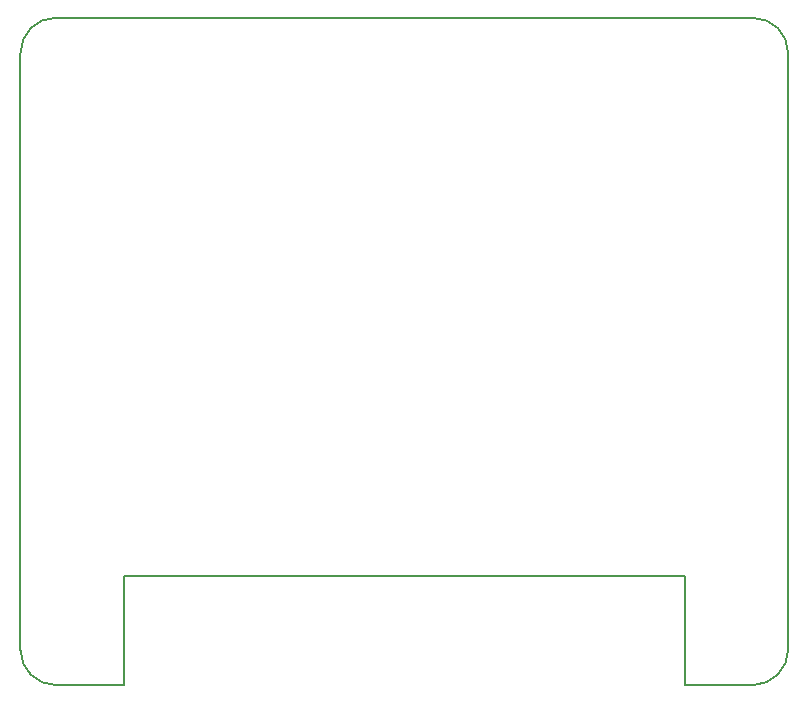
<source format=gbr>
G04 #@! TF.GenerationSoftware,KiCad,Pcbnew,(5.1.0)-1*
G04 #@! TF.CreationDate,2019-03-23T10:05:58-04:00*
G04 #@! TF.ProjectId,doorbot,646f6f72-626f-4742-9e6b-696361645f70,rev?*
G04 #@! TF.SameCoordinates,Original*
G04 #@! TF.FileFunction,Profile,NP*
%FSLAX46Y46*%
G04 Gerber Fmt 4.6, Leading zero omitted, Abs format (unit mm)*
G04 Created by KiCad (PCBNEW (5.1.0)-1) date 2019-03-23 10:05:58*
%MOMM*%
%LPD*%
G04 APERTURE LIST*
%ADD10C,0.200000*%
G04 APERTURE END LIST*
D10*
X114735439Y-118973994D02*
X114735439Y-109773994D01*
X105984154Y-65473994D02*
G75*
G02X108984154Y-62473994I3000000J0D01*
G01*
X167984154Y-62473994D02*
X108984154Y-62473994D01*
X105984154Y-65473994D02*
X105984154Y-115973994D01*
X108984154Y-118973994D02*
X114735439Y-118973994D01*
X108984154Y-118973994D02*
G75*
G02X105984154Y-115973994I0J3000000D01*
G01*
X162232869Y-109773994D02*
X162232869Y-118973994D01*
X167984154Y-62473994D02*
G75*
G02X170984154Y-65473994I0J-3000000D01*
G01*
X170984154Y-115973994D02*
X170984154Y-65473994D01*
X114735439Y-109773994D02*
X162232869Y-109773994D01*
X170984154Y-115973994D02*
G75*
G02X167984154Y-118973994I-3000000J0D01*
G01*
X162232869Y-118973994D02*
X167984154Y-118973994D01*
M02*

</source>
